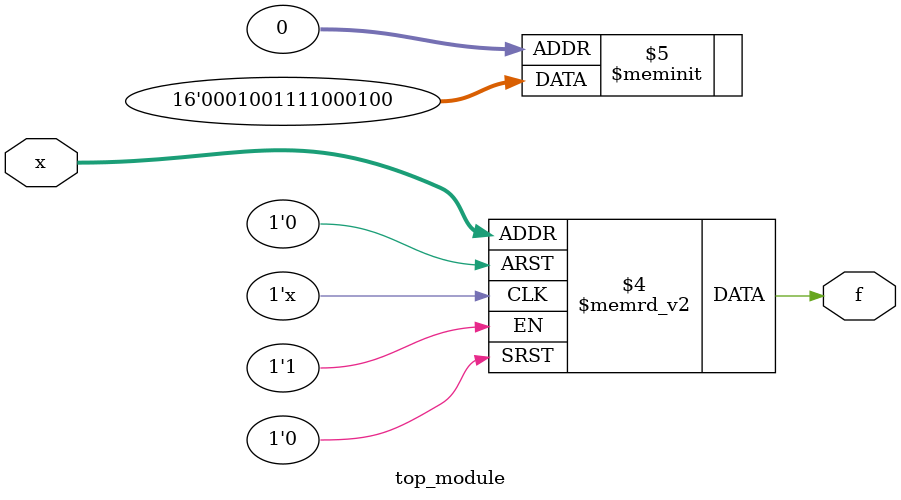
<source format=sv>
module top_module (
    input [4:1] x,
    output logic f
);

always_comb begin
    case ({x[4], x[3], x[2], x[1]})
        4'b0000: f = 0;
        4'b0001: f = 0;
        4'b0010: f = 1;
        4'b0011: f = 0;
        4'b0100: f = 0;
        4'b0101: f = 0;
        4'b0110: f = 1;
        4'b0111: f = 1;
        4'b1000: f = 1;
        4'b1001: f = 1;
        4'b1010: f = 0;
        4'b1011: f = 0;
        4'b1100: f = 1;
        4'b1101: f = 0;
        4'b1110: f = 0;
        4'b1111: f = 0;
    endcase
end

endmodule

</source>
